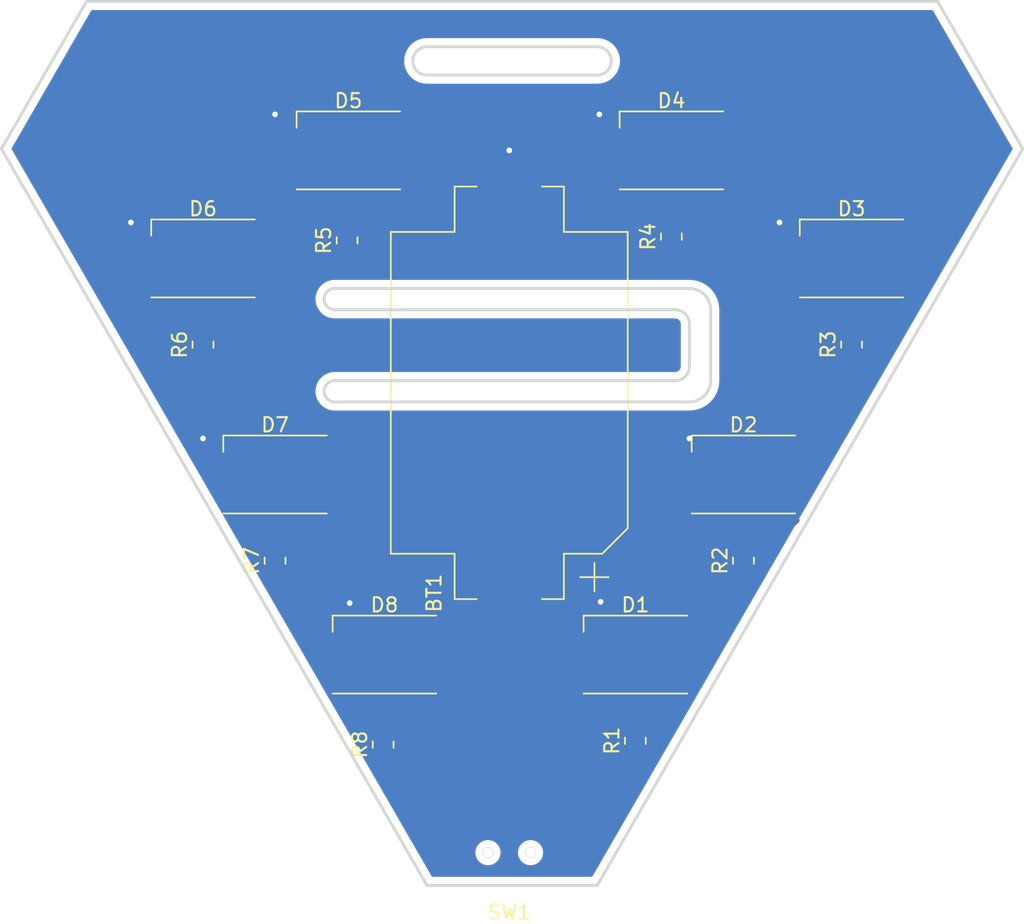
<source format=kicad_pcb>
(kicad_pcb (version 20171130) (host pcbnew "(5.1.9)-1")

  (general
    (thickness 1.6)
    (drawings 22)
    (tracks 105)
    (zones 0)
    (modules 18)
    (nets 12)
  )

  (page A4)
  (layers
    (0 F.Cu signal)
    (31 B.Cu signal)
    (32 B.Adhes user)
    (33 F.Adhes user)
    (34 B.Paste user)
    (35 F.Paste user)
    (36 B.SilkS user)
    (37 F.SilkS user)
    (38 B.Mask user)
    (39 F.Mask user)
    (40 Dwgs.User user)
    (41 Cmts.User user)
    (42 Eco1.User user)
    (43 Eco2.User user)
    (44 Edge.Cuts user)
    (45 Margin user)
    (46 B.CrtYd user)
    (47 F.CrtYd user)
    (48 B.Fab user)
    (49 F.Fab user)
  )

  (setup
    (last_trace_width 0.25)
    (trace_clearance 0.2)
    (zone_clearance 0.508)
    (zone_45_only no)
    (trace_min 0.2)
    (via_size 0.8)
    (via_drill 0.4)
    (via_min_size 0.4)
    (via_min_drill 0.3)
    (uvia_size 0.3)
    (uvia_drill 0.1)
    (uvias_allowed no)
    (uvia_min_size 0.2)
    (uvia_min_drill 0.1)
    (edge_width 0.05)
    (segment_width 0.2)
    (pcb_text_width 0.3)
    (pcb_text_size 1.5 1.5)
    (mod_edge_width 0.12)
    (mod_text_size 1 1)
    (mod_text_width 0.15)
    (pad_size 1.524 1.524)
    (pad_drill 0.762)
    (pad_to_mask_clearance 0)
    (aux_axis_origin 0 0)
    (visible_elements 7FFFFFFF)
    (pcbplotparams
      (layerselection 0x010fc_ffffffff)
      (usegerberextensions false)
      (usegerberattributes true)
      (usegerberadvancedattributes true)
      (creategerberjobfile true)
      (excludeedgelayer true)
      (linewidth 0.100000)
      (plotframeref false)
      (viasonmask false)
      (mode 1)
      (useauxorigin false)
      (hpglpennumber 1)
      (hpglpenspeed 20)
      (hpglpendiameter 15.000000)
      (psnegative false)
      (psa4output false)
      (plotreference true)
      (plotvalue true)
      (plotinvisibletext false)
      (padsonsilk false)
      (subtractmaskfromsilk false)
      (outputformat 1)
      (mirror false)
      (drillshape 1)
      (scaleselection 1)
      (outputdirectory ""))
  )

  (net 0 "")
  (net 1 "Net-(BT1-Pad1)")
  (net 2 "Net-(D1-Pad2)")
  (net 3 "Net-(D2-Pad2)")
  (net 4 "Net-(D3-Pad2)")
  (net 5 "Net-(D4-Pad2)")
  (net 6 "Net-(D5-Pad2)")
  (net 7 "Net-(D6-Pad2)")
  (net 8 "Net-(R1-Pad1)")
  (net 9 "Net-(D7-Pad2)")
  (net 10 "Net-(D8-Pad2)")
  (net 11 GND)

  (net_class Default "This is the default net class."
    (clearance 0.2)
    (trace_width 0.25)
    (via_dia 0.8)
    (via_drill 0.4)
    (uvia_dia 0.3)
    (uvia_drill 0.1)
    (add_net GND)
    (add_net "Net-(BT1-Pad1)")
    (add_net "Net-(D1-Pad2)")
    (add_net "Net-(D2-Pad2)")
    (add_net "Net-(D3-Pad2)")
    (add_net "Net-(D4-Pad2)")
    (add_net "Net-(D5-Pad2)")
    (add_net "Net-(D6-Pad2)")
    (add_net "Net-(D7-Pad2)")
    (add_net "Net-(D8-Pad2)")
    (add_net "Net-(R1-Pad1)")
  )

  (module LED_SMD:LED_WS2812_PLCC6_5.0x5.0mm_P1.6mm (layer F.Cu) (tedit 5AA4B296) (tstamp 603C7E97)
    (at 88.9 82.55)
    (descr https://cdn-shop.adafruit.com/datasheets/WS2812.pdf)
    (tags "LED RGB NeoPixel")
    (path /6034A894)
    (attr smd)
    (fp_text reference D4 (at 0 -3.5) (layer F.SilkS)
      (effects (font (size 1 1) (thickness 0.15)))
    )
    (fp_text value LED (at 0 4) (layer F.Fab)
      (effects (font (size 1 1) (thickness 0.15)))
    )
    (fp_circle (center 0 0) (end 0 -2) (layer F.Fab) (width 0.1))
    (fp_line (start -3.65 -2.75) (end 3.65 -2.75) (layer F.SilkS) (width 0.12))
    (fp_line (start -3.65 -1.6) (end -3.65 -2.75) (layer F.SilkS) (width 0.12))
    (fp_line (start -3.65 2.75) (end 3.65 2.75) (layer F.SilkS) (width 0.12))
    (fp_line (start -2.5 2.5) (end -2.5 -2.5) (layer F.Fab) (width 0.1))
    (fp_line (start 2.5 2.5) (end -2.5 2.5) (layer F.Fab) (width 0.1))
    (fp_line (start 2.5 -2.5) (end 2.5 2.5) (layer F.Fab) (width 0.1))
    (fp_line (start -2.5 -2.5) (end 2.5 -2.5) (layer F.Fab) (width 0.1))
    (fp_line (start -2.5 -1.5) (end -1.5 -2.5) (layer F.Fab) (width 0.1))
    (fp_line (start -3.45 -2.75) (end -3.45 2.75) (layer F.CrtYd) (width 0.05))
    (fp_line (start -3.45 2.75) (end 3.45 2.75) (layer F.CrtYd) (width 0.05))
    (fp_line (start 3.45 2.75) (end 3.45 -2.75) (layer F.CrtYd) (width 0.05))
    (fp_line (start 3.45 -2.75) (end -3.45 -2.75) (layer F.CrtYd) (width 0.05))
    (fp_text user %R (at 0 0) (layer F.Fab)
      (effects (font (size 0.8 0.8) (thickness 0.15)))
    )
    (pad 1 smd rect (at -2.45 -1.6) (size 1.5 1) (layers F.Cu F.Paste F.Mask)
      (net 11 GND))
    (pad 2 smd rect (at -2.45 0) (size 1.5 1) (layers F.Cu F.Paste F.Mask)
      (net 5 "Net-(D4-Pad2)"))
    (pad 3 smd rect (at -2.45 1.6) (size 1.5 1) (layers F.Cu F.Paste F.Mask))
    (pad 6 smd rect (at 2.45 -1.6) (size 1.5 1) (layers F.Cu F.Paste F.Mask))
    (pad 5 smd rect (at 2.45 0) (size 1.5 1) (layers F.Cu F.Paste F.Mask))
    (pad 4 smd rect (at 2.45 1.6) (size 1.5 1) (layers F.Cu F.Paste F.Mask))
    (model ${KISYS3DMOD}/LED_SMD.3dshapes/LED_WS2812_PLCC6_5.0x5.0mm_P1.6mm.wrl
      (at (xyz 0 0 0))
      (scale (xyz 1 1 1))
      (rotate (xyz 0 0 0))
    )
  )

  (module LED_SMD:LED_WS2812_PLCC6_5.0x5.0mm_P1.6mm (layer F.Cu) (tedit 5AA4B296) (tstamp 603C7EF7)
    (at 68.67 118.11)
    (descr https://cdn-shop.adafruit.com/datasheets/WS2812.pdf)
    (tags "LED RGB NeoPixel")
    (path /60352715)
    (attr smd)
    (fp_text reference D8 (at 0 -3.5) (layer F.SilkS)
      (effects (font (size 1 1) (thickness 0.15)))
    )
    (fp_text value LED (at 0 4) (layer F.Fab)
      (effects (font (size 1 1) (thickness 0.15)))
    )
    (fp_circle (center 0 0) (end 0 -2) (layer F.Fab) (width 0.1))
    (fp_line (start -3.65 -2.75) (end 3.65 -2.75) (layer F.SilkS) (width 0.12))
    (fp_line (start -3.65 -1.6) (end -3.65 -2.75) (layer F.SilkS) (width 0.12))
    (fp_line (start -3.65 2.75) (end 3.65 2.75) (layer F.SilkS) (width 0.12))
    (fp_line (start -2.5 2.5) (end -2.5 -2.5) (layer F.Fab) (width 0.1))
    (fp_line (start 2.5 2.5) (end -2.5 2.5) (layer F.Fab) (width 0.1))
    (fp_line (start 2.5 -2.5) (end 2.5 2.5) (layer F.Fab) (width 0.1))
    (fp_line (start -2.5 -2.5) (end 2.5 -2.5) (layer F.Fab) (width 0.1))
    (fp_line (start -2.5 -1.5) (end -1.5 -2.5) (layer F.Fab) (width 0.1))
    (fp_line (start -3.45 -2.75) (end -3.45 2.75) (layer F.CrtYd) (width 0.05))
    (fp_line (start -3.45 2.75) (end 3.45 2.75) (layer F.CrtYd) (width 0.05))
    (fp_line (start 3.45 2.75) (end 3.45 -2.75) (layer F.CrtYd) (width 0.05))
    (fp_line (start 3.45 -2.75) (end -3.45 -2.75) (layer F.CrtYd) (width 0.05))
    (fp_text user %R (at 0 0) (layer F.Fab)
      (effects (font (size 0.8 0.8) (thickness 0.15)))
    )
    (pad 1 smd rect (at -2.45 -1.6) (size 1.5 1) (layers F.Cu F.Paste F.Mask)
      (net 11 GND))
    (pad 2 smd rect (at -2.45 0) (size 1.5 1) (layers F.Cu F.Paste F.Mask)
      (net 10 "Net-(D8-Pad2)"))
    (pad 3 smd rect (at -2.45 1.6) (size 1.5 1) (layers F.Cu F.Paste F.Mask))
    (pad 6 smd rect (at 2.45 -1.6) (size 1.5 1) (layers F.Cu F.Paste F.Mask))
    (pad 5 smd rect (at 2.45 0) (size 1.5 1) (layers F.Cu F.Paste F.Mask))
    (pad 4 smd rect (at 2.45 1.6) (size 1.5 1) (layers F.Cu F.Paste F.Mask))
    (model ${KISYS3DMOD}/LED_SMD.3dshapes/LED_WS2812_PLCC6_5.0x5.0mm_P1.6mm.wrl
      (at (xyz 0 0 0))
      (scale (xyz 1 1 1))
      (rotate (xyz 0 0 0))
    )
  )

  (module LED_SMD:LED_WS2812_PLCC6_5.0x5.0mm_P1.6mm (layer F.Cu) (tedit 5AA4B296) (tstamp 603C7EDF)
    (at 60.96 105.41)
    (descr https://cdn-shop.adafruit.com/datasheets/WS2812.pdf)
    (tags "LED RGB NeoPixel")
    (path /603520F4)
    (attr smd)
    (fp_text reference D7 (at 0 -3.5) (layer F.SilkS)
      (effects (font (size 1 1) (thickness 0.15)))
    )
    (fp_text value LED (at 0 4) (layer F.Fab)
      (effects (font (size 1 1) (thickness 0.15)))
    )
    (fp_circle (center 0 0) (end 0 -2) (layer F.Fab) (width 0.1))
    (fp_line (start -3.65 -2.75) (end 3.65 -2.75) (layer F.SilkS) (width 0.12))
    (fp_line (start -3.65 -1.6) (end -3.65 -2.75) (layer F.SilkS) (width 0.12))
    (fp_line (start -3.65 2.75) (end 3.65 2.75) (layer F.SilkS) (width 0.12))
    (fp_line (start -2.5 2.5) (end -2.5 -2.5) (layer F.Fab) (width 0.1))
    (fp_line (start 2.5 2.5) (end -2.5 2.5) (layer F.Fab) (width 0.1))
    (fp_line (start 2.5 -2.5) (end 2.5 2.5) (layer F.Fab) (width 0.1))
    (fp_line (start -2.5 -2.5) (end 2.5 -2.5) (layer F.Fab) (width 0.1))
    (fp_line (start -2.5 -1.5) (end -1.5 -2.5) (layer F.Fab) (width 0.1))
    (fp_line (start -3.45 -2.75) (end -3.45 2.75) (layer F.CrtYd) (width 0.05))
    (fp_line (start -3.45 2.75) (end 3.45 2.75) (layer F.CrtYd) (width 0.05))
    (fp_line (start 3.45 2.75) (end 3.45 -2.75) (layer F.CrtYd) (width 0.05))
    (fp_line (start 3.45 -2.75) (end -3.45 -2.75) (layer F.CrtYd) (width 0.05))
    (fp_text user %R (at 0 0) (layer F.Fab)
      (effects (font (size 0.8 0.8) (thickness 0.15)))
    )
    (pad 1 smd rect (at -2.45 -1.6) (size 1.5 1) (layers F.Cu F.Paste F.Mask)
      (net 11 GND))
    (pad 2 smd rect (at -2.45 0) (size 1.5 1) (layers F.Cu F.Paste F.Mask)
      (net 9 "Net-(D7-Pad2)"))
    (pad 3 smd rect (at -2.45 1.6) (size 1.5 1) (layers F.Cu F.Paste F.Mask))
    (pad 6 smd rect (at 2.45 -1.6) (size 1.5 1) (layers F.Cu F.Paste F.Mask))
    (pad 5 smd rect (at 2.45 0) (size 1.5 1) (layers F.Cu F.Paste F.Mask))
    (pad 4 smd rect (at 2.45 1.6) (size 1.5 1) (layers F.Cu F.Paste F.Mask))
    (model ${KISYS3DMOD}/LED_SMD.3dshapes/LED_WS2812_PLCC6_5.0x5.0mm_P1.6mm.wrl
      (at (xyz 0 0 0))
      (scale (xyz 1 1 1))
      (rotate (xyz 0 0 0))
    )
  )

  (module LED_SMD:LED_WS2812_PLCC6_5.0x5.0mm_P1.6mm (layer F.Cu) (tedit 5AA4B296) (tstamp 603C7EC7)
    (at 55.88 90.17)
    (descr https://cdn-shop.adafruit.com/datasheets/WS2812.pdf)
    (tags "LED RGB NeoPixel")
    (path /6034B15F)
    (attr smd)
    (fp_text reference D6 (at 0 -3.5) (layer F.SilkS)
      (effects (font (size 1 1) (thickness 0.15)))
    )
    (fp_text value LED (at 0 4) (layer F.Fab)
      (effects (font (size 1 1) (thickness 0.15)))
    )
    (fp_circle (center 0 0) (end 0 -2) (layer F.Fab) (width 0.1))
    (fp_line (start -3.65 -2.75) (end 3.65 -2.75) (layer F.SilkS) (width 0.12))
    (fp_line (start -3.65 -1.6) (end -3.65 -2.75) (layer F.SilkS) (width 0.12))
    (fp_line (start -3.65 2.75) (end 3.65 2.75) (layer F.SilkS) (width 0.12))
    (fp_line (start -2.5 2.5) (end -2.5 -2.5) (layer F.Fab) (width 0.1))
    (fp_line (start 2.5 2.5) (end -2.5 2.5) (layer F.Fab) (width 0.1))
    (fp_line (start 2.5 -2.5) (end 2.5 2.5) (layer F.Fab) (width 0.1))
    (fp_line (start -2.5 -2.5) (end 2.5 -2.5) (layer F.Fab) (width 0.1))
    (fp_line (start -2.5 -1.5) (end -1.5 -2.5) (layer F.Fab) (width 0.1))
    (fp_line (start -3.45 -2.75) (end -3.45 2.75) (layer F.CrtYd) (width 0.05))
    (fp_line (start -3.45 2.75) (end 3.45 2.75) (layer F.CrtYd) (width 0.05))
    (fp_line (start 3.45 2.75) (end 3.45 -2.75) (layer F.CrtYd) (width 0.05))
    (fp_line (start 3.45 -2.75) (end -3.45 -2.75) (layer F.CrtYd) (width 0.05))
    (fp_text user %R (at 0 0) (layer F.Fab)
      (effects (font (size 0.8 0.8) (thickness 0.15)))
    )
    (pad 1 smd rect (at -2.45 -1.6) (size 1.5 1) (layers F.Cu F.Paste F.Mask)
      (net 11 GND))
    (pad 2 smd rect (at -2.45 0) (size 1.5 1) (layers F.Cu F.Paste F.Mask)
      (net 7 "Net-(D6-Pad2)"))
    (pad 3 smd rect (at -2.45 1.6) (size 1.5 1) (layers F.Cu F.Paste F.Mask))
    (pad 6 smd rect (at 2.45 -1.6) (size 1.5 1) (layers F.Cu F.Paste F.Mask))
    (pad 5 smd rect (at 2.45 0) (size 1.5 1) (layers F.Cu F.Paste F.Mask))
    (pad 4 smd rect (at 2.45 1.6) (size 1.5 1) (layers F.Cu F.Paste F.Mask))
    (model ${KISYS3DMOD}/LED_SMD.3dshapes/LED_WS2812_PLCC6_5.0x5.0mm_P1.6mm.wrl
      (at (xyz 0 0 0))
      (scale (xyz 1 1 1))
      (rotate (xyz 0 0 0))
    )
  )

  (module LED_SMD:LED_WS2812_PLCC6_5.0x5.0mm_P1.6mm (layer F.Cu) (tedit 5AA4B296) (tstamp 603C7EAF)
    (at 66.13 82.55)
    (descr https://cdn-shop.adafruit.com/datasheets/WS2812.pdf)
    (tags "LED RGB NeoPixel")
    (path /6034AD80)
    (attr smd)
    (fp_text reference D5 (at 0 -3.5) (layer F.SilkS)
      (effects (font (size 1 1) (thickness 0.15)))
    )
    (fp_text value LED (at 0 4) (layer F.Fab)
      (effects (font (size 1 1) (thickness 0.15)))
    )
    (fp_circle (center 0 0) (end 0 -2) (layer F.Fab) (width 0.1))
    (fp_line (start -3.65 -2.75) (end 3.65 -2.75) (layer F.SilkS) (width 0.12))
    (fp_line (start -3.65 -1.6) (end -3.65 -2.75) (layer F.SilkS) (width 0.12))
    (fp_line (start -3.65 2.75) (end 3.65 2.75) (layer F.SilkS) (width 0.12))
    (fp_line (start -2.5 2.5) (end -2.5 -2.5) (layer F.Fab) (width 0.1))
    (fp_line (start 2.5 2.5) (end -2.5 2.5) (layer F.Fab) (width 0.1))
    (fp_line (start 2.5 -2.5) (end 2.5 2.5) (layer F.Fab) (width 0.1))
    (fp_line (start -2.5 -2.5) (end 2.5 -2.5) (layer F.Fab) (width 0.1))
    (fp_line (start -2.5 -1.5) (end -1.5 -2.5) (layer F.Fab) (width 0.1))
    (fp_line (start -3.45 -2.75) (end -3.45 2.75) (layer F.CrtYd) (width 0.05))
    (fp_line (start -3.45 2.75) (end 3.45 2.75) (layer F.CrtYd) (width 0.05))
    (fp_line (start 3.45 2.75) (end 3.45 -2.75) (layer F.CrtYd) (width 0.05))
    (fp_line (start 3.45 -2.75) (end -3.45 -2.75) (layer F.CrtYd) (width 0.05))
    (fp_text user %R (at 0 0) (layer F.Fab)
      (effects (font (size 0.8 0.8) (thickness 0.15)))
    )
    (pad 1 smd rect (at -2.45 -1.6) (size 1.5 1) (layers F.Cu F.Paste F.Mask)
      (net 11 GND))
    (pad 2 smd rect (at -2.45 0) (size 1.5 1) (layers F.Cu F.Paste F.Mask)
      (net 6 "Net-(D5-Pad2)"))
    (pad 3 smd rect (at -2.45 1.6) (size 1.5 1) (layers F.Cu F.Paste F.Mask))
    (pad 6 smd rect (at 2.45 -1.6) (size 1.5 1) (layers F.Cu F.Paste F.Mask))
    (pad 5 smd rect (at 2.45 0) (size 1.5 1) (layers F.Cu F.Paste F.Mask))
    (pad 4 smd rect (at 2.45 1.6) (size 1.5 1) (layers F.Cu F.Paste F.Mask))
    (model ${KISYS3DMOD}/LED_SMD.3dshapes/LED_WS2812_PLCC6_5.0x5.0mm_P1.6mm.wrl
      (at (xyz 0 0 0))
      (scale (xyz 1 1 1))
      (rotate (xyz 0 0 0))
    )
  )

  (module LED_SMD:LED_WS2812_PLCC6_5.0x5.0mm_P1.6mm (layer F.Cu) (tedit 5AA4B296) (tstamp 603C7E7F)
    (at 101.6 90.17)
    (descr https://cdn-shop.adafruit.com/datasheets/WS2812.pdf)
    (tags "LED RGB NeoPixel")
    (path /6034A390)
    (attr smd)
    (fp_text reference D3 (at 0 -3.5) (layer F.SilkS)
      (effects (font (size 1 1) (thickness 0.15)))
    )
    (fp_text value LED (at 0 4) (layer F.Fab)
      (effects (font (size 1 1) (thickness 0.15)))
    )
    (fp_circle (center 0 0) (end 0 -2) (layer F.Fab) (width 0.1))
    (fp_line (start -3.65 -2.75) (end 3.65 -2.75) (layer F.SilkS) (width 0.12))
    (fp_line (start -3.65 -1.6) (end -3.65 -2.75) (layer F.SilkS) (width 0.12))
    (fp_line (start -3.65 2.75) (end 3.65 2.75) (layer F.SilkS) (width 0.12))
    (fp_line (start -2.5 2.5) (end -2.5 -2.5) (layer F.Fab) (width 0.1))
    (fp_line (start 2.5 2.5) (end -2.5 2.5) (layer F.Fab) (width 0.1))
    (fp_line (start 2.5 -2.5) (end 2.5 2.5) (layer F.Fab) (width 0.1))
    (fp_line (start -2.5 -2.5) (end 2.5 -2.5) (layer F.Fab) (width 0.1))
    (fp_line (start -2.5 -1.5) (end -1.5 -2.5) (layer F.Fab) (width 0.1))
    (fp_line (start -3.45 -2.75) (end -3.45 2.75) (layer F.CrtYd) (width 0.05))
    (fp_line (start -3.45 2.75) (end 3.45 2.75) (layer F.CrtYd) (width 0.05))
    (fp_line (start 3.45 2.75) (end 3.45 -2.75) (layer F.CrtYd) (width 0.05))
    (fp_line (start 3.45 -2.75) (end -3.45 -2.75) (layer F.CrtYd) (width 0.05))
    (fp_text user %R (at 0 0) (layer F.Fab)
      (effects (font (size 0.8 0.8) (thickness 0.15)))
    )
    (pad 1 smd rect (at -2.45 -1.6) (size 1.5 1) (layers F.Cu F.Paste F.Mask)
      (net 11 GND))
    (pad 2 smd rect (at -2.45 0) (size 1.5 1) (layers F.Cu F.Paste F.Mask)
      (net 4 "Net-(D3-Pad2)"))
    (pad 3 smd rect (at -2.45 1.6) (size 1.5 1) (layers F.Cu F.Paste F.Mask))
    (pad 6 smd rect (at 2.45 -1.6) (size 1.5 1) (layers F.Cu F.Paste F.Mask))
    (pad 5 smd rect (at 2.45 0) (size 1.5 1) (layers F.Cu F.Paste F.Mask))
    (pad 4 smd rect (at 2.45 1.6) (size 1.5 1) (layers F.Cu F.Paste F.Mask))
    (model ${KISYS3DMOD}/LED_SMD.3dshapes/LED_WS2812_PLCC6_5.0x5.0mm_P1.6mm.wrl
      (at (xyz 0 0 0))
      (scale (xyz 1 1 1))
      (rotate (xyz 0 0 0))
    )
  )

  (module LED_SMD:LED_WS2812_PLCC6_5.0x5.0mm_P1.6mm (layer F.Cu) (tedit 5AA4B296) (tstamp 603C7E67)
    (at 93.98 105.41)
    (descr https://cdn-shop.adafruit.com/datasheets/WS2812.pdf)
    (tags "LED RGB NeoPixel")
    (path /60349E7E)
    (attr smd)
    (fp_text reference D2 (at 0 -3.5) (layer F.SilkS)
      (effects (font (size 1 1) (thickness 0.15)))
    )
    (fp_text value LED (at 0 4) (layer F.Fab)
      (effects (font (size 1 1) (thickness 0.15)))
    )
    (fp_circle (center 0 0) (end 0 -2) (layer F.Fab) (width 0.1))
    (fp_line (start -3.65 -2.75) (end 3.65 -2.75) (layer F.SilkS) (width 0.12))
    (fp_line (start -3.65 -1.6) (end -3.65 -2.75) (layer F.SilkS) (width 0.12))
    (fp_line (start -3.65 2.75) (end 3.65 2.75) (layer F.SilkS) (width 0.12))
    (fp_line (start -2.5 2.5) (end -2.5 -2.5) (layer F.Fab) (width 0.1))
    (fp_line (start 2.5 2.5) (end -2.5 2.5) (layer F.Fab) (width 0.1))
    (fp_line (start 2.5 -2.5) (end 2.5 2.5) (layer F.Fab) (width 0.1))
    (fp_line (start -2.5 -2.5) (end 2.5 -2.5) (layer F.Fab) (width 0.1))
    (fp_line (start -2.5 -1.5) (end -1.5 -2.5) (layer F.Fab) (width 0.1))
    (fp_line (start -3.45 -2.75) (end -3.45 2.75) (layer F.CrtYd) (width 0.05))
    (fp_line (start -3.45 2.75) (end 3.45 2.75) (layer F.CrtYd) (width 0.05))
    (fp_line (start 3.45 2.75) (end 3.45 -2.75) (layer F.CrtYd) (width 0.05))
    (fp_line (start 3.45 -2.75) (end -3.45 -2.75) (layer F.CrtYd) (width 0.05))
    (fp_text user %R (at 0 0) (layer F.Fab)
      (effects (font (size 0.8 0.8) (thickness 0.15)))
    )
    (pad 1 smd rect (at -2.45 -1.6) (size 1.5 1) (layers F.Cu F.Paste F.Mask)
      (net 11 GND))
    (pad 2 smd rect (at -2.45 0) (size 1.5 1) (layers F.Cu F.Paste F.Mask)
      (net 3 "Net-(D2-Pad2)"))
    (pad 3 smd rect (at -2.45 1.6) (size 1.5 1) (layers F.Cu F.Paste F.Mask))
    (pad 6 smd rect (at 2.45 -1.6) (size 1.5 1) (layers F.Cu F.Paste F.Mask))
    (pad 5 smd rect (at 2.45 0) (size 1.5 1) (layers F.Cu F.Paste F.Mask))
    (pad 4 smd rect (at 2.45 1.6) (size 1.5 1) (layers F.Cu F.Paste F.Mask))
    (model ${KISYS3DMOD}/LED_SMD.3dshapes/LED_WS2812_PLCC6_5.0x5.0mm_P1.6mm.wrl
      (at (xyz 0 0 0))
      (scale (xyz 1 1 1))
      (rotate (xyz 0 0 0))
    )
  )

  (module LED_SMD:LED_WS2812_PLCC6_5.0x5.0mm_P1.6mm (layer F.Cu) (tedit 5AA4B296) (tstamp 603C7E4F)
    (at 86.36 118.11)
    (descr https://cdn-shop.adafruit.com/datasheets/WS2812.pdf)
    (tags "LED RGB NeoPixel")
    (path /6034542E)
    (attr smd)
    (fp_text reference D1 (at 0 -3.5) (layer F.SilkS)
      (effects (font (size 1 1) (thickness 0.15)))
    )
    (fp_text value LED (at 0 4) (layer F.Fab)
      (effects (font (size 1 1) (thickness 0.15)))
    )
    (fp_circle (center 0 0) (end 0 -2) (layer F.Fab) (width 0.1))
    (fp_line (start -3.65 -2.75) (end 3.65 -2.75) (layer F.SilkS) (width 0.12))
    (fp_line (start -3.65 -1.6) (end -3.65 -2.75) (layer F.SilkS) (width 0.12))
    (fp_line (start -3.65 2.75) (end 3.65 2.75) (layer F.SilkS) (width 0.12))
    (fp_line (start -2.5 2.5) (end -2.5 -2.5) (layer F.Fab) (width 0.1))
    (fp_line (start 2.5 2.5) (end -2.5 2.5) (layer F.Fab) (width 0.1))
    (fp_line (start 2.5 -2.5) (end 2.5 2.5) (layer F.Fab) (width 0.1))
    (fp_line (start -2.5 -2.5) (end 2.5 -2.5) (layer F.Fab) (width 0.1))
    (fp_line (start -2.5 -1.5) (end -1.5 -2.5) (layer F.Fab) (width 0.1))
    (fp_line (start -3.45 -2.75) (end -3.45 2.75) (layer F.CrtYd) (width 0.05))
    (fp_line (start -3.45 2.75) (end 3.45 2.75) (layer F.CrtYd) (width 0.05))
    (fp_line (start 3.45 2.75) (end 3.45 -2.75) (layer F.CrtYd) (width 0.05))
    (fp_line (start 3.45 -2.75) (end -3.45 -2.75) (layer F.CrtYd) (width 0.05))
    (fp_text user %R (at 0 0) (layer F.Fab)
      (effects (font (size 0.8 0.8) (thickness 0.15)))
    )
    (pad 1 smd rect (at -2.45 -1.6) (size 1.5 1) (layers F.Cu F.Paste F.Mask)
      (net 11 GND))
    (pad 2 smd rect (at -2.45 0) (size 1.5 1) (layers F.Cu F.Paste F.Mask)
      (net 2 "Net-(D1-Pad2)"))
    (pad 3 smd rect (at -2.45 1.6) (size 1.5 1) (layers F.Cu F.Paste F.Mask))
    (pad 6 smd rect (at 2.45 -1.6) (size 1.5 1) (layers F.Cu F.Paste F.Mask))
    (pad 5 smd rect (at 2.45 0) (size 1.5 1) (layers F.Cu F.Paste F.Mask))
    (pad 4 smd rect (at 2.45 1.6) (size 1.5 1) (layers F.Cu F.Paste F.Mask))
    (model ${KISYS3DMOD}/LED_SMD.3dshapes/LED_WS2812_PLCC6_5.0x5.0mm_P1.6mm.wrl
      (at (xyz 0 0 0))
      (scale (xyz 1 1 1))
      (rotate (xyz 0 0 0))
    )
  )

  (module "Symbols and Footprints:sw_slide_7x3" (layer F.Cu) (tedit 58FF4B24) (tstamp 603C6843)
    (at 77.47 132.08)
    (path /6034CF76)
    (fp_text reference SW1 (at 0 4.2) (layer F.SilkS)
      (effects (font (size 1 1) (thickness 0.15)))
    )
    (fp_text value SW_SPST (at 0 -3.8) (layer F.Fab)
      (effects (font (size 1 1) (thickness 0.15)))
    )
    (fp_line (start -3.35 -1.4) (end 3.35 -1.4) (layer F.Fab) (width 0.2))
    (fp_line (start 3.35 -1.4) (end 3.35 1.4) (layer F.Fab) (width 0.2))
    (fp_line (start 3.35 1.4) (end -3.35 1.4) (layer F.Fab) (width 0.2))
    (fp_line (start -3.35 1.4) (end -3.35 -1.4) (layer F.Fab) (width 0.2))
    (fp_line (start 0 1.4) (end 0 3) (layer F.Fab) (width 0.2))
    (fp_line (start 0 3) (end -1.3 3) (layer F.Fab) (width 0.2))
    (fp_line (start -1.3 3) (end -1.3 1.4) (layer F.Fab) (width 0.2))
    (fp_line (start 1.3 1.7) (end 1.3 2.3) (layer F.Fab) (width 0.2))
    (fp_line (start 1.3 2.7) (end 1.3 3) (layer F.Fab) (width 0.2))
    (fp_line (start 1.3 3) (end 1 3) (layer F.Fab) (width 0.2))
    (fp_line (start 0.7 3) (end 0.35 3) (layer F.Fab) (width 0.2))
    (fp_line (start -4.6 3.4) (end 4.6 3.4) (layer F.CrtYd) (width 0.2))
    (fp_line (start -4.6 1) (end -4.6 3.4) (layer F.CrtYd) (width 0.2))
    (fp_line (start -4.6 -3) (end -4.6 1) (layer F.CrtYd) (width 0.2))
    (fp_line (start 4.6 -3) (end -4.6 -3) (layer F.CrtYd) (width 0.2))
    (fp_line (start 4.6 3.4) (end 4.6 -3) (layer F.CrtYd) (width 0.2))
    (pad 4 smd rect (at 3.85 1.1) (size 0.9 0.9) (layers F.Cu F.Paste F.Mask))
    (pad 4 smd rect (at 3.85 -1.1) (size 0.9 0.9) (layers F.Cu F.Paste F.Mask))
    (pad 4 smd rect (at -3.85 1.1) (size 0.9 0.9) (layers F.Cu F.Paste F.Mask))
    (pad 4 smd rect (at -3.85 -1.1) (size 0.9 0.9) (layers F.Cu F.Paste F.Mask))
    (pad 3 smd rect (at 2.25 -2.05) (size 0.9 1.25) (layers F.Cu F.Paste F.Mask))
    (pad 2 smd rect (at 0.75 -2.05) (size 0.9 1.25) (layers F.Cu F.Paste F.Mask)
      (net 8 "Net-(R1-Pad1)"))
    (pad 1 smd rect (at -2.25 -2.05) (size 0.9 1.25) (layers F.Cu F.Paste F.Mask)
      (net 1 "Net-(BT1-Pad1)"))
    (pad ~ thru_hole circle (at -1.5 0) (size 0.75 0.75) (drill 0.75) (layers *.Cu *.Mask))
    (pad ~ thru_hole circle (at 1.5 0) (size 0.75 0.75) (drill 0.75) (layers *.Cu *.Mask))
    (model rmc_packages3d/misc/switch_kps-1290-k.wrl
      (offset (xyz 0 0 0.6857999897003174))
      (scale (xyz 1 1 1))
      (rotate (xyz 0 0 0))
    )
    (model "D:/KiCad Projects/ArcReactorLapel/Symbols and Footprints/switch_kps-1290-k.wrl"
      (at (xyz 0 0 0))
      (scale (xyz 1 1 1))
      (rotate (xyz 0 0 0))
    )
  )

  (module Resistor_SMD:R_0805_2012Metric_Pad1.20x1.40mm_HandSolder (layer F.Cu) (tedit 5F68FEEE) (tstamp 603B9CC1)
    (at 68.58 124.46 90)
    (descr "Resistor SMD 0805 (2012 Metric), square (rectangular) end terminal, IPC_7351 nominal with elongated pad for handsoldering. (Body size source: IPC-SM-782 page 72, https://www.pcb-3d.com/wordpress/wp-content/uploads/ipc-sm-782a_amendment_1_and_2.pdf), generated with kicad-footprint-generator")
    (tags "resistor handsolder")
    (path /60351C9C)
    (attr smd)
    (fp_text reference R8 (at 0 -1.65 90) (layer F.SilkS)
      (effects (font (size 1 1) (thickness 0.15)))
    )
    (fp_text value R (at 0 1.65 90) (layer F.Fab)
      (effects (font (size 1 1) (thickness 0.15)))
    )
    (fp_line (start 1.85 0.95) (end -1.85 0.95) (layer F.CrtYd) (width 0.05))
    (fp_line (start 1.85 -0.95) (end 1.85 0.95) (layer F.CrtYd) (width 0.05))
    (fp_line (start -1.85 -0.95) (end 1.85 -0.95) (layer F.CrtYd) (width 0.05))
    (fp_line (start -1.85 0.95) (end -1.85 -0.95) (layer F.CrtYd) (width 0.05))
    (fp_line (start -0.227064 0.735) (end 0.227064 0.735) (layer F.SilkS) (width 0.12))
    (fp_line (start -0.227064 -0.735) (end 0.227064 -0.735) (layer F.SilkS) (width 0.12))
    (fp_line (start 1 0.625) (end -1 0.625) (layer F.Fab) (width 0.1))
    (fp_line (start 1 -0.625) (end 1 0.625) (layer F.Fab) (width 0.1))
    (fp_line (start -1 -0.625) (end 1 -0.625) (layer F.Fab) (width 0.1))
    (fp_line (start -1 0.625) (end -1 -0.625) (layer F.Fab) (width 0.1))
    (fp_text user %R (at 0 0 90) (layer F.Fab)
      (effects (font (size 0.5 0.5) (thickness 0.08)))
    )
    (pad 2 smd roundrect (at 1 0 90) (size 1.2 1.4) (layers F.Cu F.Paste F.Mask) (roundrect_rratio 0.208333)
      (net 10 "Net-(D8-Pad2)"))
    (pad 1 smd roundrect (at -1 0 90) (size 1.2 1.4) (layers F.Cu F.Paste F.Mask) (roundrect_rratio 0.208333)
      (net 8 "Net-(R1-Pad1)"))
    (model ${KISYS3DMOD}/Resistor_SMD.3dshapes/R_0805_2012Metric.wrl
      (at (xyz 0 0 0))
      (scale (xyz 1 1 1))
      (rotate (xyz 0 0 0))
    )
  )

  (module Resistor_SMD:R_0805_2012Metric_Pad1.20x1.40mm_HandSolder (layer F.Cu) (tedit 5F68FEEE) (tstamp 603B9CB0)
    (at 60.96 111.49 90)
    (descr "Resistor SMD 0805 (2012 Metric), square (rectangular) end terminal, IPC_7351 nominal with elongated pad for handsoldering. (Body size source: IPC-SM-782 page 72, https://www.pcb-3d.com/wordpress/wp-content/uploads/ipc-sm-782a_amendment_1_and_2.pdf), generated with kicad-footprint-generator")
    (tags "resistor handsolder")
    (path /603517B6)
    (attr smd)
    (fp_text reference R7 (at 0 -1.65 90) (layer F.SilkS)
      (effects (font (size 1 1) (thickness 0.15)))
    )
    (fp_text value R (at 0 1.65 90) (layer F.Fab)
      (effects (font (size 1 1) (thickness 0.15)))
    )
    (fp_line (start 1.85 0.95) (end -1.85 0.95) (layer F.CrtYd) (width 0.05))
    (fp_line (start 1.85 -0.95) (end 1.85 0.95) (layer F.CrtYd) (width 0.05))
    (fp_line (start -1.85 -0.95) (end 1.85 -0.95) (layer F.CrtYd) (width 0.05))
    (fp_line (start -1.85 0.95) (end -1.85 -0.95) (layer F.CrtYd) (width 0.05))
    (fp_line (start -0.227064 0.735) (end 0.227064 0.735) (layer F.SilkS) (width 0.12))
    (fp_line (start -0.227064 -0.735) (end 0.227064 -0.735) (layer F.SilkS) (width 0.12))
    (fp_line (start 1 0.625) (end -1 0.625) (layer F.Fab) (width 0.1))
    (fp_line (start 1 -0.625) (end 1 0.625) (layer F.Fab) (width 0.1))
    (fp_line (start -1 -0.625) (end 1 -0.625) (layer F.Fab) (width 0.1))
    (fp_line (start -1 0.625) (end -1 -0.625) (layer F.Fab) (width 0.1))
    (fp_text user %R (at 0 0 90) (layer F.Fab)
      (effects (font (size 0.5 0.5) (thickness 0.08)))
    )
    (pad 2 smd roundrect (at 1 0 90) (size 1.2 1.4) (layers F.Cu F.Paste F.Mask) (roundrect_rratio 0.208333)
      (net 9 "Net-(D7-Pad2)"))
    (pad 1 smd roundrect (at -1 0 90) (size 1.2 1.4) (layers F.Cu F.Paste F.Mask) (roundrect_rratio 0.208333)
      (net 8 "Net-(R1-Pad1)"))
    (model ${KISYS3DMOD}/Resistor_SMD.3dshapes/R_0805_2012Metric.wrl
      (at (xyz 0 0 0))
      (scale (xyz 1 1 1))
      (rotate (xyz 0 0 0))
    )
  )

  (module Resistor_SMD:R_0805_2012Metric_Pad1.20x1.40mm_HandSolder (layer F.Cu) (tedit 5F68FEEE) (tstamp 603B9C9F)
    (at 55.88 96.25 90)
    (descr "Resistor SMD 0805 (2012 Metric), square (rectangular) end terminal, IPC_7351 nominal with elongated pad for handsoldering. (Body size source: IPC-SM-782 page 72, https://www.pcb-3d.com/wordpress/wp-content/uploads/ipc-sm-782a_amendment_1_and_2.pdf), generated with kicad-footprint-generator")
    (tags "resistor handsolder")
    (path /6034994D)
    (attr smd)
    (fp_text reference R6 (at 0 -1.65 90) (layer F.SilkS)
      (effects (font (size 1 1) (thickness 0.15)))
    )
    (fp_text value R (at 0 1.65 90) (layer F.Fab)
      (effects (font (size 1 1) (thickness 0.15)))
    )
    (fp_line (start 1.85 0.95) (end -1.85 0.95) (layer F.CrtYd) (width 0.05))
    (fp_line (start 1.85 -0.95) (end 1.85 0.95) (layer F.CrtYd) (width 0.05))
    (fp_line (start -1.85 -0.95) (end 1.85 -0.95) (layer F.CrtYd) (width 0.05))
    (fp_line (start -1.85 0.95) (end -1.85 -0.95) (layer F.CrtYd) (width 0.05))
    (fp_line (start -0.227064 0.735) (end 0.227064 0.735) (layer F.SilkS) (width 0.12))
    (fp_line (start -0.227064 -0.735) (end 0.227064 -0.735) (layer F.SilkS) (width 0.12))
    (fp_line (start 1 0.625) (end -1 0.625) (layer F.Fab) (width 0.1))
    (fp_line (start 1 -0.625) (end 1 0.625) (layer F.Fab) (width 0.1))
    (fp_line (start -1 -0.625) (end 1 -0.625) (layer F.Fab) (width 0.1))
    (fp_line (start -1 0.625) (end -1 -0.625) (layer F.Fab) (width 0.1))
    (fp_text user %R (at 0 0 90) (layer F.Fab)
      (effects (font (size 0.5 0.5) (thickness 0.08)))
    )
    (pad 2 smd roundrect (at 1 0 90) (size 1.2 1.4) (layers F.Cu F.Paste F.Mask) (roundrect_rratio 0.208333)
      (net 7 "Net-(D6-Pad2)"))
    (pad 1 smd roundrect (at -1 0 90) (size 1.2 1.4) (layers F.Cu F.Paste F.Mask) (roundrect_rratio 0.208333)
      (net 8 "Net-(R1-Pad1)"))
    (model ${KISYS3DMOD}/Resistor_SMD.3dshapes/R_0805_2012Metric.wrl
      (at (xyz 0 0 0))
      (scale (xyz 1 1 1))
      (rotate (xyz 0 0 0))
    )
  )

  (module Resistor_SMD:R_0805_2012Metric_Pad1.20x1.40mm_HandSolder (layer F.Cu) (tedit 5F68FEEE) (tstamp 603B9C8E)
    (at 66.04 88.9 90)
    (descr "Resistor SMD 0805 (2012 Metric), square (rectangular) end terminal, IPC_7351 nominal with elongated pad for handsoldering. (Body size source: IPC-SM-782 page 72, https://www.pcb-3d.com/wordpress/wp-content/uploads/ipc-sm-782a_amendment_1_and_2.pdf), generated with kicad-footprint-generator")
    (tags "resistor handsolder")
    (path /603495D8)
    (attr smd)
    (fp_text reference R5 (at 0 -1.65 90) (layer F.SilkS)
      (effects (font (size 1 1) (thickness 0.15)))
    )
    (fp_text value R (at 0 1.65 90) (layer F.Fab)
      (effects (font (size 1 1) (thickness 0.15)))
    )
    (fp_line (start 1.85 0.95) (end -1.85 0.95) (layer F.CrtYd) (width 0.05))
    (fp_line (start 1.85 -0.95) (end 1.85 0.95) (layer F.CrtYd) (width 0.05))
    (fp_line (start -1.85 -0.95) (end 1.85 -0.95) (layer F.CrtYd) (width 0.05))
    (fp_line (start -1.85 0.95) (end -1.85 -0.95) (layer F.CrtYd) (width 0.05))
    (fp_line (start -0.227064 0.735) (end 0.227064 0.735) (layer F.SilkS) (width 0.12))
    (fp_line (start -0.227064 -0.735) (end 0.227064 -0.735) (layer F.SilkS) (width 0.12))
    (fp_line (start 1 0.625) (end -1 0.625) (layer F.Fab) (width 0.1))
    (fp_line (start 1 -0.625) (end 1 0.625) (layer F.Fab) (width 0.1))
    (fp_line (start -1 -0.625) (end 1 -0.625) (layer F.Fab) (width 0.1))
    (fp_line (start -1 0.625) (end -1 -0.625) (layer F.Fab) (width 0.1))
    (fp_text user %R (at 0 0 90) (layer F.Fab)
      (effects (font (size 0.5 0.5) (thickness 0.08)))
    )
    (pad 2 smd roundrect (at 1 0 90) (size 1.2 1.4) (layers F.Cu F.Paste F.Mask) (roundrect_rratio 0.208333)
      (net 6 "Net-(D5-Pad2)"))
    (pad 1 smd roundrect (at -1 0 90) (size 1.2 1.4) (layers F.Cu F.Paste F.Mask) (roundrect_rratio 0.208333)
      (net 8 "Net-(R1-Pad1)"))
    (model ${KISYS3DMOD}/Resistor_SMD.3dshapes/R_0805_2012Metric.wrl
      (at (xyz 0 0 0))
      (scale (xyz 1 1 1))
      (rotate (xyz 0 0 0))
    )
  )

  (module Resistor_SMD:R_0805_2012Metric_Pad1.20x1.40mm_HandSolder (layer F.Cu) (tedit 5F68FEEE) (tstamp 603B9C7D)
    (at 88.9 88.63 90)
    (descr "Resistor SMD 0805 (2012 Metric), square (rectangular) end terminal, IPC_7351 nominal with elongated pad for handsoldering. (Body size source: IPC-SM-782 page 72, https://www.pcb-3d.com/wordpress/wp-content/uploads/ipc-sm-782a_amendment_1_and_2.pdf), generated with kicad-footprint-generator")
    (tags "resistor handsolder")
    (path /60349053)
    (attr smd)
    (fp_text reference R4 (at 0 -1.65 90) (layer F.SilkS)
      (effects (font (size 1 1) (thickness 0.15)))
    )
    (fp_text value R (at 0 1.65 90) (layer F.Fab)
      (effects (font (size 1 1) (thickness 0.15)))
    )
    (fp_line (start 1.85 0.95) (end -1.85 0.95) (layer F.CrtYd) (width 0.05))
    (fp_line (start 1.85 -0.95) (end 1.85 0.95) (layer F.CrtYd) (width 0.05))
    (fp_line (start -1.85 -0.95) (end 1.85 -0.95) (layer F.CrtYd) (width 0.05))
    (fp_line (start -1.85 0.95) (end -1.85 -0.95) (layer F.CrtYd) (width 0.05))
    (fp_line (start -0.227064 0.735) (end 0.227064 0.735) (layer F.SilkS) (width 0.12))
    (fp_line (start -0.227064 -0.735) (end 0.227064 -0.735) (layer F.SilkS) (width 0.12))
    (fp_line (start 1 0.625) (end -1 0.625) (layer F.Fab) (width 0.1))
    (fp_line (start 1 -0.625) (end 1 0.625) (layer F.Fab) (width 0.1))
    (fp_line (start -1 -0.625) (end 1 -0.625) (layer F.Fab) (width 0.1))
    (fp_line (start -1 0.625) (end -1 -0.625) (layer F.Fab) (width 0.1))
    (fp_text user %R (at 0 0 90) (layer F.Fab)
      (effects (font (size 0.5 0.5) (thickness 0.08)))
    )
    (pad 2 smd roundrect (at 1 0 90) (size 1.2 1.4) (layers F.Cu F.Paste F.Mask) (roundrect_rratio 0.208333)
      (net 5 "Net-(D4-Pad2)"))
    (pad 1 smd roundrect (at -1 0 90) (size 1.2 1.4) (layers F.Cu F.Paste F.Mask) (roundrect_rratio 0.208333)
      (net 8 "Net-(R1-Pad1)"))
    (model ${KISYS3DMOD}/Resistor_SMD.3dshapes/R_0805_2012Metric.wrl
      (at (xyz 0 0 0))
      (scale (xyz 1 1 1))
      (rotate (xyz 0 0 0))
    )
  )

  (module Resistor_SMD:R_0805_2012Metric_Pad1.20x1.40mm_HandSolder (layer F.Cu) (tedit 5F68FEEE) (tstamp 603B9C6C)
    (at 101.6 96.25 90)
    (descr "Resistor SMD 0805 (2012 Metric), square (rectangular) end terminal, IPC_7351 nominal with elongated pad for handsoldering. (Body size source: IPC-SM-782 page 72, https://www.pcb-3d.com/wordpress/wp-content/uploads/ipc-sm-782a_amendment_1_and_2.pdf), generated with kicad-footprint-generator")
    (tags "resistor handsolder")
    (path /60348AD6)
    (attr smd)
    (fp_text reference R3 (at 0 -1.65 90) (layer F.SilkS)
      (effects (font (size 1 1) (thickness 0.15)))
    )
    (fp_text value R (at 0 1.65 90) (layer F.Fab)
      (effects (font (size 1 1) (thickness 0.15)))
    )
    (fp_line (start 1.85 0.95) (end -1.85 0.95) (layer F.CrtYd) (width 0.05))
    (fp_line (start 1.85 -0.95) (end 1.85 0.95) (layer F.CrtYd) (width 0.05))
    (fp_line (start -1.85 -0.95) (end 1.85 -0.95) (layer F.CrtYd) (width 0.05))
    (fp_line (start -1.85 0.95) (end -1.85 -0.95) (layer F.CrtYd) (width 0.05))
    (fp_line (start -0.227064 0.735) (end 0.227064 0.735) (layer F.SilkS) (width 0.12))
    (fp_line (start -0.227064 -0.735) (end 0.227064 -0.735) (layer F.SilkS) (width 0.12))
    (fp_line (start 1 0.625) (end -1 0.625) (layer F.Fab) (width 0.1))
    (fp_line (start 1 -0.625) (end 1 0.625) (layer F.Fab) (width 0.1))
    (fp_line (start -1 -0.625) (end 1 -0.625) (layer F.Fab) (width 0.1))
    (fp_line (start -1 0.625) (end -1 -0.625) (layer F.Fab) (width 0.1))
    (fp_text user %R (at 0 0 90) (layer F.Fab)
      (effects (font (size 0.5 0.5) (thickness 0.08)))
    )
    (pad 2 smd roundrect (at 1 0 90) (size 1.2 1.4) (layers F.Cu F.Paste F.Mask) (roundrect_rratio 0.208333)
      (net 4 "Net-(D3-Pad2)"))
    (pad 1 smd roundrect (at -1 0 90) (size 1.2 1.4) (layers F.Cu F.Paste F.Mask) (roundrect_rratio 0.208333)
      (net 8 "Net-(R1-Pad1)"))
    (model ${KISYS3DMOD}/Resistor_SMD.3dshapes/R_0805_2012Metric.wrl
      (at (xyz 0 0 0))
      (scale (xyz 1 1 1))
      (rotate (xyz 0 0 0))
    )
  )

  (module Resistor_SMD:R_0805_2012Metric_Pad1.20x1.40mm_HandSolder (layer F.Cu) (tedit 5F68FEEE) (tstamp 603B9C5B)
    (at 93.98 111.49 90)
    (descr "Resistor SMD 0805 (2012 Metric), square (rectangular) end terminal, IPC_7351 nominal with elongated pad for handsoldering. (Body size source: IPC-SM-782 page 72, https://www.pcb-3d.com/wordpress/wp-content/uploads/ipc-sm-782a_amendment_1_and_2.pdf), generated with kicad-footprint-generator")
    (tags "resistor handsolder")
    (path /60348709)
    (attr smd)
    (fp_text reference R2 (at 0 -1.65 90) (layer F.SilkS)
      (effects (font (size 1 1) (thickness 0.15)))
    )
    (fp_text value R (at 0 1.65 90) (layer F.Fab)
      (effects (font (size 1 1) (thickness 0.15)))
    )
    (fp_line (start 1.85 0.95) (end -1.85 0.95) (layer F.CrtYd) (width 0.05))
    (fp_line (start 1.85 -0.95) (end 1.85 0.95) (layer F.CrtYd) (width 0.05))
    (fp_line (start -1.85 -0.95) (end 1.85 -0.95) (layer F.CrtYd) (width 0.05))
    (fp_line (start -1.85 0.95) (end -1.85 -0.95) (layer F.CrtYd) (width 0.05))
    (fp_line (start -0.227064 0.735) (end 0.227064 0.735) (layer F.SilkS) (width 0.12))
    (fp_line (start -0.227064 -0.735) (end 0.227064 -0.735) (layer F.SilkS) (width 0.12))
    (fp_line (start 1 0.625) (end -1 0.625) (layer F.Fab) (width 0.1))
    (fp_line (start 1 -0.625) (end 1 0.625) (layer F.Fab) (width 0.1))
    (fp_line (start -1 -0.625) (end 1 -0.625) (layer F.Fab) (width 0.1))
    (fp_line (start -1 0.625) (end -1 -0.625) (layer F.Fab) (width 0.1))
    (fp_text user %R (at 0 0 90) (layer F.Fab)
      (effects (font (size 0.5 0.5) (thickness 0.08)))
    )
    (pad 2 smd roundrect (at 1 0 90) (size 1.2 1.4) (layers F.Cu F.Paste F.Mask) (roundrect_rratio 0.208333)
      (net 3 "Net-(D2-Pad2)"))
    (pad 1 smd roundrect (at -1 0 90) (size 1.2 1.4) (layers F.Cu F.Paste F.Mask) (roundrect_rratio 0.208333)
      (net 8 "Net-(R1-Pad1)"))
    (model ${KISYS3DMOD}/Resistor_SMD.3dshapes/R_0805_2012Metric.wrl
      (at (xyz 0 0 0))
      (scale (xyz 1 1 1))
      (rotate (xyz 0 0 0))
    )
  )

  (module Resistor_SMD:R_0805_2012Metric_Pad1.20x1.40mm_HandSolder (layer F.Cu) (tedit 5F68FEEE) (tstamp 603B9C4A)
    (at 86.36 124.19 90)
    (descr "Resistor SMD 0805 (2012 Metric), square (rectangular) end terminal, IPC_7351 nominal with elongated pad for handsoldering. (Body size source: IPC-SM-782 page 72, https://www.pcb-3d.com/wordpress/wp-content/uploads/ipc-sm-782a_amendment_1_and_2.pdf), generated with kicad-footprint-generator")
    (tags "resistor handsolder")
    (path /603447DE)
    (attr smd)
    (fp_text reference R1 (at 0 -1.65 90) (layer F.SilkS)
      (effects (font (size 1 1) (thickness 0.15)))
    )
    (fp_text value R (at 0 1.65 90) (layer F.Fab)
      (effects (font (size 1 1) (thickness 0.15)))
    )
    (fp_line (start 1.85 0.95) (end -1.85 0.95) (layer F.CrtYd) (width 0.05))
    (fp_line (start 1.85 -0.95) (end 1.85 0.95) (layer F.CrtYd) (width 0.05))
    (fp_line (start -1.85 -0.95) (end 1.85 -0.95) (layer F.CrtYd) (width 0.05))
    (fp_line (start -1.85 0.95) (end -1.85 -0.95) (layer F.CrtYd) (width 0.05))
    (fp_line (start -0.227064 0.735) (end 0.227064 0.735) (layer F.SilkS) (width 0.12))
    (fp_line (start -0.227064 -0.735) (end 0.227064 -0.735) (layer F.SilkS) (width 0.12))
    (fp_line (start 1 0.625) (end -1 0.625) (layer F.Fab) (width 0.1))
    (fp_line (start 1 -0.625) (end 1 0.625) (layer F.Fab) (width 0.1))
    (fp_line (start -1 -0.625) (end 1 -0.625) (layer F.Fab) (width 0.1))
    (fp_line (start -1 0.625) (end -1 -0.625) (layer F.Fab) (width 0.1))
    (fp_text user %R (at 0 0 90) (layer F.Fab)
      (effects (font (size 0.5 0.5) (thickness 0.08)))
    )
    (pad 2 smd roundrect (at 1 0 90) (size 1.2 1.4) (layers F.Cu F.Paste F.Mask) (roundrect_rratio 0.208333)
      (net 2 "Net-(D1-Pad2)"))
    (pad 1 smd roundrect (at -1 0 90) (size 1.2 1.4) (layers F.Cu F.Paste F.Mask) (roundrect_rratio 0.208333)
      (net 8 "Net-(R1-Pad1)"))
    (model ${KISYS3DMOD}/Resistor_SMD.3dshapes/R_0805_2012Metric.wrl
      (at (xyz 0 0 0))
      (scale (xyz 1 1 1))
      (rotate (xyz 0 0 0))
    )
  )

  (module Battery:BatteryHolder_Keystone_1060_1x2032 (layer F.Cu) (tedit 5B98EF5E) (tstamp 603B9BA9)
    (at 77.47 99.65 90)
    (descr http://www.keyelco.com/product-pdf.cfm?p=726)
    (tags "CR2032 BR2032 BatteryHolder Battery")
    (path /603438C9)
    (attr smd)
    (fp_text reference BT1 (at -14.125 -5.3 90) (layer F.SilkS)
      (effects (font (size 1 1) (thickness 0.15)))
    )
    (fp_text value Battery_Cell (at 0 -11.75 90) (layer F.Fab)
      (effects (font (size 1 1) (thickness 0.15)))
    )
    (fp_line (start -12 6) (end -14 6) (layer F.SilkS) (width 0.12))
    (fp_line (start -13 5) (end -13 7) (layer F.SilkS) (width 0.12))
    (fp_line (start 11.5 -8.5) (end 6.5 -8.5) (layer F.CrtYd) (width 0.05))
    (fp_line (start 11.5 4) (end 11.5 8.5) (layer F.CrtYd) (width 0.05))
    (fp_line (start 14.7 4) (end 11.5 4) (layer F.CrtYd) (width 0.05))
    (fp_line (start 14.7 2.3) (end 14.7 4) (layer F.CrtYd) (width 0.05))
    (fp_line (start 16.45 2.3) (end 14.7 2.3) (layer F.CrtYd) (width 0.05))
    (fp_line (start 16.45 -2.3) (end 16.45 2.3) (layer F.CrtYd) (width 0.05))
    (fp_line (start 14.7 -2.3) (end 16.45 -2.3) (layer F.CrtYd) (width 0.05))
    (fp_line (start 14.7 -4) (end 14.7 -2.3) (layer F.CrtYd) (width 0.05))
    (fp_line (start 11.5 -4) (end 14.7 -4) (layer F.CrtYd) (width 0.05))
    (fp_line (start 11.5 -8.5) (end 11.5 -4) (layer F.CrtYd) (width 0.05))
    (fp_line (start -11.5 -8.5) (end -6.5 -8.5) (layer F.CrtYd) (width 0.05))
    (fp_line (start -11.5 -4) (end -11.5 -8.5) (layer F.CrtYd) (width 0.05))
    (fp_line (start -14.7 -4) (end -11.5 -4) (layer F.CrtYd) (width 0.05))
    (fp_line (start -14.7 -2.3) (end -14.7 -4) (layer F.CrtYd) (width 0.05))
    (fp_line (start -14.7 -2.3) (end -16.45 -2.3) (layer F.CrtYd) (width 0.05))
    (fp_line (start -16.45 2.3) (end -16.45 -2.3) (layer F.CrtYd) (width 0.05))
    (fp_line (start -14.7 2.3) (end -16.45 2.3) (layer F.CrtYd) (width 0.05))
    (fp_line (start -14.7 4) (end -14.7 2.3) (layer F.CrtYd) (width 0.05))
    (fp_line (start -14.7 4) (end -11.5 4) (layer F.CrtYd) (width 0.05))
    (fp_line (start -11.5 4) (end -11.5 8.5) (layer F.CrtYd) (width 0.05))
    (fp_line (start -6.5 8.5) (end -11.5 8.5) (layer F.CrtYd) (width 0.05))
    (fp_line (start 11.5 8.5) (end 6.5 8.5) (layer F.CrtYd) (width 0.05))
    (fp_line (start 11.35 -8.35) (end 11.35 -3.85) (layer F.SilkS) (width 0.12))
    (fp_line (start -11.35 -8.35) (end -11.35 -3.85) (layer F.SilkS) (width 0.12))
    (fp_line (start -11.35 -8.35) (end 11.35 -8.35) (layer F.SilkS) (width 0.12))
    (fp_line (start 14.55 -3.85) (end 14.55 -2.3) (layer F.SilkS) (width 0.12))
    (fp_line (start 11.35 -3.85) (end 14.55 -3.85) (layer F.SilkS) (width 0.12))
    (fp_line (start -14.55 -3.85) (end -14.55 -2.3) (layer F.SilkS) (width 0.12))
    (fp_line (start -11.35 -3.85) (end -14.55 -3.85) (layer F.SilkS) (width 0.12))
    (fp_line (start -14.55 3.85) (end -14.55 2.3) (layer F.SilkS) (width 0.12))
    (fp_line (start -11.35 3.85) (end -14.55 3.85) (layer F.SilkS) (width 0.12))
    (fp_line (start -9.55 8.35) (end -11.35 6.55) (layer F.SilkS) (width 0.12))
    (fp_line (start -11.35 6.55) (end -11.35 3.85) (layer F.SilkS) (width 0.12))
    (fp_line (start 11.35 8.35) (end -9.55 8.35) (layer F.SilkS) (width 0.12))
    (fp_line (start 11.35 8.35) (end 11.35 3.85) (layer F.SilkS) (width 0.12))
    (fp_line (start 14.55 3.85) (end 14.55 2.3) (layer F.SilkS) (width 0.12))
    (fp_line (start 11.35 3.85) (end 14.55 3.85) (layer F.SilkS) (width 0.12))
    (fp_line (start -9.4 8) (end -11 6.4) (layer F.Fab) (width 0.1))
    (fp_line (start 14.2 -3.5) (end 11 -3.5) (layer F.Fab) (width 0.1))
    (fp_line (start 14.2 3.5) (end 14.2 -3.5) (layer F.Fab) (width 0.1))
    (fp_line (start 11 3.5) (end 14.2 3.5) (layer F.Fab) (width 0.1))
    (fp_line (start -14.2 -3.5) (end -11 -3.5) (layer F.Fab) (width 0.1))
    (fp_line (start -14.2 3.5) (end -14.2 -3.5) (layer F.Fab) (width 0.1))
    (fp_line (start -11 3.5) (end -14.2 3.5) (layer F.Fab) (width 0.1))
    (fp_line (start -11 6.4) (end -11 3.5) (layer F.Fab) (width 0.1))
    (fp_line (start -11 -8) (end -11 -3.5) (layer F.Fab) (width 0.1))
    (fp_line (start 11 -8) (end 11 -3.5) (layer F.Fab) (width 0.1))
    (fp_line (start 11 8) (end 11 3.5) (layer F.Fab) (width 0.1))
    (fp_line (start 11 -8) (end -11 -8) (layer F.Fab) (width 0.1))
    (fp_line (start 11 8) (end -9.4 8) (layer F.Fab) (width 0.1))
    (fp_circle (center 0 0) (end -10.2 0) (layer Dwgs.User) (width 0.3))
    (fp_text user %R (at 0 0 90) (layer F.Fab)
      (effects (font (size 1 1) (thickness 0.15)))
    )
    (fp_arc (start 0 0) (end 6.5 -8.5) (angle -74.81070976) (layer F.CrtYd) (width 0.05))
    (fp_arc (start 0 0) (end -6.5 8.5) (angle -74.81070976) (layer F.CrtYd) (width 0.05))
    (pad 1 smd rect (at -14.65 0 270) (size 2.6 3.6) (layers F.Cu F.Paste F.Mask)
      (net 1 "Net-(BT1-Pad1)"))
    (pad 2 smd rect (at 14.65 0 270) (size 2.6 3.6) (layers F.Cu F.Paste F.Mask)
      (net 11 GND))
    (model ${KISYS3DMOD}/Battery.3dshapes/BatteryHolder_Keystone_1060_1x2032.wrl
      (at (xyz 0 0 0))
      (scale (xyz 1 1 1))
      (rotate (xyz 0 0 0))
    )
  )

  (gr_line (start 41.670001 82.433595) (end 71.670001 134.395118) (layer Edge.Cuts) (width 0.2))
  (gr_line (start 90.17 100.29) (end 65.170001 100.29) (layer Edge.Cuts) (width 0.2))
  (gr_line (start 47.670001 72.04129) (end 41.670001 82.433595) (layer Edge.Cuts) (width 0.2))
  (gr_arc (start 89.17 97.79) (end 89.17 98.79) (angle -90) (layer Edge.Cuts) (width 0.2))
  (gr_line (start 65.170001 98.79) (end 89.17 98.79) (layer Edge.Cuts) (width 0.2))
  (gr_line (start 65.170001 92.290001) (end 90.17 92.290001) (layer Edge.Cuts) (width 0.2))
  (gr_line (start 71.670001 75.237442) (end 83.67 75.237442) (layer Edge.Cuts) (width 0.2))
  (gr_arc (start 90.17 98.79) (end 90.17 100.29) (angle -90) (layer Edge.Cuts) (width 0.2))
  (gr_arc (start 90.17 93.790001) (end 91.67 93.790001) (angle -90) (layer Edge.Cuts) (width 0.2))
  (gr_line (start 83.67 134.395118) (end 113.67 82.433595) (layer Edge.Cuts) (width 0.2))
  (gr_line (start 107.67 72.04129) (end 47.670001 72.04129) (layer Edge.Cuts) (width 0.2))
  (gr_line (start 83.67 77.237442) (end 71.670001 77.237442) (layer Edge.Cuts) (width 0.2))
  (gr_arc (start 65.170001 99.54) (end 65.170001 98.79) (angle -180) (layer Edge.Cuts) (width 0.2))
  (gr_arc (start 83.67 76.237442) (end 83.67 77.237442) (angle -180) (layer Edge.Cuts) (width 0.2))
  (gr_line (start 91.67 93.790001) (end 91.67 98.79) (layer Edge.Cuts) (width 0.2))
  (gr_line (start 89.17 93.790001) (end 65.170001 93.790001) (layer Edge.Cuts) (width 0.2))
  (gr_line (start 113.67 82.433595) (end 107.67 72.04129) (layer Edge.Cuts) (width 0.2))
  (gr_arc (start 71.670001 76.237442) (end 71.670001 75.237442) (angle -180) (layer Edge.Cuts) (width 0.2))
  (gr_arc (start 89.17 94.790001) (end 90.17 94.790001) (angle -90) (layer Edge.Cuts) (width 0.2))
  (gr_arc (start 65.170001 93.040001) (end 65.170001 92.290001) (angle -180) (layer Edge.Cuts) (width 0.2))
  (gr_line (start 71.670001 134.395118) (end 83.67 134.395118) (layer Edge.Cuts) (width 0.2))
  (gr_line (start 90.17 97.79) (end 90.17 94.790001) (layer Edge.Cuts) (width 0.2))

  (segment (start 77.47 127.78) (end 75.22 130.03) (width 0.25) (layer F.Cu) (net 1))
  (segment (start 77.47 114.3) (end 77.47 127.78) (width 0.25) (layer F.Cu) (net 1))
  (segment (start 82.91 118.11) (end 83.91 118.11) (width 0.25) (layer F.Cu) (net 2))
  (segment (start 82.55 120.185002) (end 82.55 118.47) (width 0.25) (layer F.Cu) (net 2))
  (segment (start 82.55 118.47) (end 82.91 118.11) (width 0.25) (layer F.Cu) (net 2))
  (segment (start 85.554998 123.19) (end 82.55 120.185002) (width 0.25) (layer F.Cu) (net 2))
  (segment (start 86.36 123.19) (end 85.554998 123.19) (width 0.25) (layer F.Cu) (net 2))
  (segment (start 93.174998 110.49) (end 90.17 107.485002) (width 0.25) (layer F.Cu) (net 3))
  (segment (start 93.98 110.49) (end 93.174998 110.49) (width 0.25) (layer F.Cu) (net 3))
  (segment (start 90.53 105.41) (end 91.53 105.41) (width 0.25) (layer F.Cu) (net 3))
  (segment (start 90.17 105.77) (end 90.53 105.41) (width 0.25) (layer F.Cu) (net 3))
  (segment (start 90.17 107.485002) (end 90.17 105.77) (width 0.25) (layer F.Cu) (net 3))
  (segment (start 100.794998 95.25) (end 97.79 92.245002) (width 0.25) (layer F.Cu) (net 4))
  (segment (start 101.6 95.25) (end 100.794998 95.25) (width 0.25) (layer F.Cu) (net 4))
  (segment (start 98.15 90.17) (end 99.15 90.17) (width 0.25) (layer F.Cu) (net 4))
  (segment (start 97.79 90.53) (end 98.15 90.17) (width 0.25) (layer F.Cu) (net 4))
  (segment (start 97.79 92.245002) (end 97.79 90.53) (width 0.25) (layer F.Cu) (net 4))
  (segment (start 88.094998 87.63) (end 85.09 84.625002) (width 0.25) (layer F.Cu) (net 5))
  (segment (start 88.9 87.63) (end 88.094998 87.63) (width 0.25) (layer F.Cu) (net 5))
  (segment (start 85.45 82.55) (end 86.45 82.55) (width 0.25) (layer F.Cu) (net 5))
  (segment (start 85.09 82.91) (end 85.45 82.55) (width 0.25) (layer F.Cu) (net 5))
  (segment (start 85.09 84.625002) (end 85.09 82.91) (width 0.25) (layer F.Cu) (net 5))
  (segment (start 65.34 87.9) (end 62.23 84.79) (width 0.25) (layer F.Cu) (net 6))
  (segment (start 66.04 87.9) (end 65.34 87.9) (width 0.25) (layer F.Cu) (net 6))
  (segment (start 62.68 82.55) (end 63.68 82.55) (width 0.25) (layer F.Cu) (net 6))
  (segment (start 62.23 83) (end 62.68 82.55) (width 0.25) (layer F.Cu) (net 6))
  (segment (start 62.23 84.79) (end 62.23 83) (width 0.25) (layer F.Cu) (net 6))
  (segment (start 55.074998 95.25) (end 52.07 92.245002) (width 0.25) (layer F.Cu) (net 7))
  (segment (start 55.88 95.25) (end 55.074998 95.25) (width 0.25) (layer F.Cu) (net 7))
  (segment (start 52.43 90.17) (end 53.43 90.17) (width 0.25) (layer F.Cu) (net 7))
  (segment (start 52.07 90.53) (end 52.43 90.17) (width 0.25) (layer F.Cu) (net 7))
  (segment (start 52.07 92.245002) (end 52.07 90.53) (width 0.25) (layer F.Cu) (net 7))
  (segment (start 82.185 125.19) (end 86.36 125.19) (width 0.25) (layer F.Cu) (net 8))
  (segment (start 78.22 129.155) (end 82.185 125.19) (width 0.25) (layer F.Cu) (net 8))
  (segment (start 78.22 130.03) (end 78.22 129.155) (width 0.25) (layer F.Cu) (net 8))
  (segment (start 86.36 125.19) (end 90.17 121.38) (width 0.25) (layer F.Cu) (net 8))
  (segment (start 90.17 116.3) (end 93.98 112.49) (width 0.25) (layer F.Cu) (net 8))
  (segment (start 90.17 121.38) (end 90.17 116.3) (width 0.25) (layer F.Cu) (net 8))
  (segment (start 97.79 101.06) (end 101.6 97.25) (width 0.25) (layer F.Cu) (net 8))
  (segment (start 97.79 108.68) (end 97.79 101.06) (width 0.25) (layer F.Cu) (net 8))
  (segment (start 93.98 112.49) (end 97.79 108.68) (width 0.25) (layer F.Cu) (net 8))
  (segment (start 101.6 97.25) (end 98.52 97.25) (width 0.25) (layer F.Cu) (net 8))
  (segment (start 90.9 89.63) (end 88.9 89.63) (width 0.25) (layer F.Cu) (net 8))
  (segment (start 98.52 97.25) (end 90.9 89.63) (width 0.25) (layer F.Cu) (net 8))
  (segment (start 66.31 89.63) (end 66.04 89.9) (width 0.25) (layer F.Cu) (net 8))
  (segment (start 88.9 89.63) (end 66.31 89.63) (width 0.25) (layer F.Cu) (net 8))
  (segment (start 63.23 89.9) (end 55.88 97.25) (width 0.25) (layer F.Cu) (net 8))
  (segment (start 66.04 89.9) (end 63.23 89.9) (width 0.25) (layer F.Cu) (net 8))
  (segment (start 55.88 97.25) (end 55.88 99.06) (width 0.25) (layer F.Cu) (net 8))
  (segment (start 55.88 99.06) (end 58.42 101.6) (width 0.25) (layer F.Cu) (net 8))
  (segment (start 58.42 101.6) (end 64.77 101.6) (width 0.25) (layer F.Cu) (net 8))
  (segment (start 64.77 101.6) (end 66.04 102.87) (width 0.25) (layer F.Cu) (net 8))
  (segment (start 66.04 102.87) (end 66.04 110.49) (width 0.25) (layer F.Cu) (net 8))
  (segment (start 64.04 112.49) (end 60.96 112.49) (width 0.25) (layer F.Cu) (net 8))
  (segment (start 66.04 110.49) (end 64.04 112.49) (width 0.25) (layer F.Cu) (net 8))
  (segment (start 60.96 112.49) (end 70.58 112.49) (width 0.25) (layer F.Cu) (net 8))
  (segment (start 70.58 112.49) (end 73.66 115.57) (width 0.25) (layer F.Cu) (net 8))
  (segment (start 73.66 115.57) (end 73.66 123.19) (width 0.25) (layer F.Cu) (net 8))
  (segment (start 71.39 125.46) (end 68.58 125.46) (width 0.25) (layer F.Cu) (net 8))
  (segment (start 73.66 123.19) (end 71.39 125.46) (width 0.25) (layer F.Cu) (net 8))
  (segment (start 60.154998 110.49) (end 57.15 107.485002) (width 0.25) (layer F.Cu) (net 9))
  (segment (start 60.96 110.49) (end 60.154998 110.49) (width 0.25) (layer F.Cu) (net 9))
  (segment (start 57.51 105.41) (end 58.51 105.41) (width 0.25) (layer F.Cu) (net 9))
  (segment (start 57.15 105.77) (end 57.51 105.41) (width 0.25) (layer F.Cu) (net 9))
  (segment (start 57.15 107.485002) (end 57.15 105.77) (width 0.25) (layer F.Cu) (net 9))
  (segment (start 67.88 123.46) (end 64.77 120.35) (width 0.25) (layer F.Cu) (net 10))
  (segment (start 68.58 123.46) (end 67.88 123.46) (width 0.25) (layer F.Cu) (net 10))
  (segment (start 65.22 118.11) (end 66.22 118.11) (width 0.25) (layer F.Cu) (net 10))
  (segment (start 64.77 118.56) (end 65.22 118.11) (width 0.25) (layer F.Cu) (net 10))
  (segment (start 64.77 120.35) (end 64.77 118.56) (width 0.25) (layer F.Cu) (net 10))
  (segment (start 77.47 85) (end 77.47 83.82) (width 0.25) (layer F.Cu) (net 11))
  (segment (start 66.22 116.51) (end 66.22 115.75) (width 0.25) (layer F.Cu) (net 11))
  (segment (start 66.22 115.75) (end 66.22 114.48) (width 0.25) (layer F.Cu) (net 11))
  (segment (start 66.22 114.48) (end 66.22 114.48) (width 0.25) (layer F.Cu) (net 11) (tstamp 603C88E3))
  (via (at 66.22 114.48) (size 0.8) (drill 0.4) (layers F.Cu B.Cu) (net 11))
  (segment (start 58.51 103.81) (end 56.82 103.81) (width 0.25) (layer F.Cu) (net 11))
  (segment (start 56.82 103.81) (end 55.88 102.87) (width 0.25) (layer F.Cu) (net 11))
  (segment (start 55.88 102.87) (end 55.88 102.87) (width 0.25) (layer F.Cu) (net 11) (tstamp 603C8929))
  (via (at 55.88 102.87) (size 0.8) (drill 0.4) (layers F.Cu B.Cu) (net 11))
  (segment (start 53.43 88.57) (end 51.74 88.57) (width 0.25) (layer F.Cu) (net 11))
  (segment (start 51.74 88.57) (end 50.8 87.63) (width 0.25) (layer F.Cu) (net 11))
  (segment (start 50.8 87.63) (end 50.8 87.63) (width 0.25) (layer F.Cu) (net 11) (tstamp 603C89B2))
  (via (at 50.8 87.63) (size 0.8) (drill 0.4) (layers F.Cu B.Cu) (net 11))
  (segment (start 63.68 80.95) (end 61.9 80.95) (width 0.25) (layer F.Cu) (net 11))
  (segment (start 61.9 80.95) (end 60.96 80.01) (width 0.25) (layer F.Cu) (net 11))
  (segment (start 60.96 80.01) (end 60.96 80.01) (width 0.25) (layer F.Cu) (net 11) (tstamp 603C89C4))
  (via (at 60.96 80.01) (size 0.8) (drill 0.4) (layers F.Cu B.Cu) (net 11))
  (segment (start 86.45 80.95) (end 84.76 80.95) (width 0.25) (layer F.Cu) (net 11))
  (segment (start 84.76 80.95) (end 83.82 80.01) (width 0.25) (layer F.Cu) (net 11))
  (segment (start 83.82 80.01) (end 83.82 80.01) (width 0.25) (layer F.Cu) (net 11) (tstamp 603C89D6))
  (via (at 83.82 80.01) (size 0.8) (drill 0.4) (layers F.Cu B.Cu) (net 11))
  (segment (start 99.15 88.57) (end 97.46 88.57) (width 0.25) (layer F.Cu) (net 11))
  (segment (start 97.46 88.57) (end 96.52 87.63) (width 0.25) (layer F.Cu) (net 11))
  (segment (start 96.52 87.63) (end 96.52 87.63) (width 0.25) (layer F.Cu) (net 11) (tstamp 603C89E8))
  (via (at 96.52 87.63) (size 0.8) (drill 0.4) (layers F.Cu B.Cu) (net 11))
  (segment (start 91.53 103.81) (end 91.11 103.81) (width 0.25) (layer F.Cu) (net 11))
  (segment (start 91.11 103.81) (end 90.17 102.87) (width 0.25) (layer F.Cu) (net 11))
  (segment (start 90.17 102.87) (end 90.17 102.87) (width 0.25) (layer F.Cu) (net 11) (tstamp 603C89FA))
  (via (at 90.17 102.87) (size 0.8) (drill 0.4) (layers F.Cu B.Cu) (net 11))
  (segment (start 83.91 116.51) (end 83.91 114.39) (width 0.25) (layer F.Cu) (net 11))
  (segment (start 83.91 114.39) (end 83.91 114.39) (width 0.25) (layer F.Cu) (net 11) (tstamp 603C8A0C))
  (via (at 83.91 114.39) (size 0.8) (drill 0.4) (layers F.Cu B.Cu) (net 11))
  (segment (start 77.47 85) (end 77.47 82.55) (width 0.25) (layer F.Cu) (net 11))
  (segment (start 77.47 82.55) (end 77.47 82.55) (width 0.25) (layer F.Cu) (net 11) (tstamp 603C8A1E))
  (via (at 77.47 82.55) (size 0.8) (drill 0.4) (layers F.Cu B.Cu) (net 11))

  (zone (net 11) (net_name GND) (layer B.Cu) (tstamp 603CB6E6) (hatch edge 0.508)
    (connect_pads (clearance 0.508))
    (min_thickness 0.254)
    (fill yes (arc_segments 32) (thermal_gap 0.508) (thermal_bridge_width 0.508))
    (polygon
      (pts
        (xy 48.26 72.39) (xy 107.95 72.39) (xy 113.646022 82.417756) (xy 83.676905 134.38236) (xy 71.66717 134.38236)
        (xy 41.666223 82.437297) (xy 47.465661 72.387051)
      )
    )
    (filled_polygon
      (pts
        (xy 112.821295 82.433595) (xy 83.245648 133.660118) (xy 72.094354 133.660118) (xy 71.12464 131.980524) (xy 74.96 131.980524)
        (xy 74.96 132.179476) (xy 74.998814 132.374606) (xy 75.07495 132.558414) (xy 75.185482 132.723837) (xy 75.326163 132.864518)
        (xy 75.491586 132.97505) (xy 75.675394 133.051186) (xy 75.870524 133.09) (xy 76.069476 133.09) (xy 76.264606 133.051186)
        (xy 76.448414 132.97505) (xy 76.613837 132.864518) (xy 76.754518 132.723837) (xy 76.86505 132.558414) (xy 76.941186 132.374606)
        (xy 76.98 132.179476) (xy 76.98 131.980524) (xy 77.96 131.980524) (xy 77.96 132.179476) (xy 77.998814 132.374606)
        (xy 78.07495 132.558414) (xy 78.185482 132.723837) (xy 78.326163 132.864518) (xy 78.491586 132.97505) (xy 78.675394 133.051186)
        (xy 78.870524 133.09) (xy 79.069476 133.09) (xy 79.264606 133.051186) (xy 79.448414 132.97505) (xy 79.613837 132.864518)
        (xy 79.754518 132.723837) (xy 79.86505 132.558414) (xy 79.941186 132.374606) (xy 79.98 132.179476) (xy 79.98 131.980524)
        (xy 79.941186 131.785394) (xy 79.86505 131.601586) (xy 79.754518 131.436163) (xy 79.613837 131.295482) (xy 79.448414 131.18495)
        (xy 79.264606 131.108814) (xy 79.069476 131.07) (xy 78.870524 131.07) (xy 78.675394 131.108814) (xy 78.491586 131.18495)
        (xy 78.326163 131.295482) (xy 78.185482 131.436163) (xy 78.07495 131.601586) (xy 77.998814 131.785394) (xy 77.96 131.980524)
        (xy 76.98 131.980524) (xy 76.941186 131.785394) (xy 76.86505 131.601586) (xy 76.754518 131.436163) (xy 76.613837 131.295482)
        (xy 76.448414 131.18495) (xy 76.264606 131.108814) (xy 76.069476 131.07) (xy 75.870524 131.07) (xy 75.675394 131.108814)
        (xy 75.491586 131.18495) (xy 75.326163 131.295482) (xy 75.185482 131.436163) (xy 75.07495 131.601586) (xy 74.998814 131.785394)
        (xy 74.96 131.980524) (xy 71.12464 131.980524) (xy 48.606878 92.978619) (xy 63.688044 92.978619) (xy 63.688509 93.045309)
        (xy 63.688045 93.111856) (xy 63.689046 93.122069) (xy 63.704347 93.267641) (xy 63.71774 93.332882) (xy 63.730224 93.398329)
        (xy 63.73319 93.408153) (xy 63.776474 93.547982) (xy 63.802282 93.609376) (xy 63.827244 93.67116) (xy 63.832062 93.680221)
        (xy 63.901681 93.808979) (xy 63.938933 93.864207) (xy 63.975409 93.919949) (xy 63.981895 93.927902) (xy 64.075197 94.040685)
        (xy 64.122504 94.087663) (xy 64.169076 94.135221) (xy 64.176983 94.141763) (xy 64.290415 94.234276) (xy 64.345954 94.271176)
        (xy 64.400867 94.308776) (xy 64.409894 94.313658) (xy 64.539135 94.382377) (xy 64.600754 94.407774) (xy 64.66196 94.434007)
        (xy 64.671763 94.437042) (xy 64.81189 94.479348) (xy 64.877261 94.492291) (xy 64.942394 94.506136) (xy 64.9526 94.507209)
        (xy 65.098276 94.521493) (xy 65.098278 94.521493) (xy 65.133896 94.525001) (xy 89.134053 94.525001) (xy 89.220787 94.533505)
        (xy 89.26964 94.548255) (xy 89.314699 94.572213) (xy 89.354245 94.604467) (xy 89.386774 94.643787) (xy 89.411043 94.688671)
        (xy 89.426135 94.737428) (xy 89.435001 94.821775) (xy 89.435 97.754053) (xy 89.426496 97.840786) (xy 89.411746 97.88964)
        (xy 89.387788 97.934699) (xy 89.355534 97.974246) (xy 89.316215 98.006773) (xy 89.271329 98.031043) (xy 89.222573 98.046135)
        (xy 89.138235 98.055) (xy 65.133896 98.055) (xy 65.097537 98.058581) (xy 65.087806 98.058581) (xy 65.0776 98.059654)
        (xy 64.932138 98.075969) (xy 64.866967 98.089822) (xy 64.801629 98.102759) (xy 64.791825 98.105794) (xy 64.652303 98.150053)
        (xy 64.591053 98.176305) (xy 64.529482 98.201683) (xy 64.520454 98.206564) (xy 64.392185 98.277081) (xy 64.337224 98.314714)
        (xy 64.281739 98.351578) (xy 64.273831 98.358119) (xy 64.161701 98.452206) (xy 64.115056 98.499837) (xy 64.067816 98.54675)
        (xy 64.061329 98.554702) (xy 63.969611 98.668779) (xy 63.933116 98.72455) (xy 63.895888 98.779742) (xy 63.89107 98.788803)
        (xy 63.823255 98.91852) (xy 63.79829 98.98031) (xy 63.772483 99.041703) (xy 63.769516 99.051527) (xy 63.728189 99.191946)
        (xy 63.715699 99.257421) (xy 63.702313 99.322633) (xy 63.701311 99.332846) (xy 63.688044 99.478618) (xy 63.688509 99.545308)
        (xy 63.688045 99.611855) (xy 63.689046 99.622068) (xy 63.704347 99.76764) (xy 63.71774 99.832881) (xy 63.730224 99.898328)
        (xy 63.73319 99.908152) (xy 63.776474 100.047981) (xy 63.802282 100.109375) (xy 63.827244 100.171159) (xy 63.832062 100.18022)
        (xy 63.901681 100.308978) (xy 63.938933 100.364206) (xy 63.975409 100.419948) (xy 63.981895 100.427901) (xy 64.075197 100.540684)
        (xy 64.122504 100.587662) (xy 64.169076 100.63522) (xy 64.176983 100.641762) (xy 64.290415 100.734275) (xy 64.345954 100.771175)
        (xy 64.400867 100.808775) (xy 64.409894 100.813657) (xy 64.539135 100.882376) (xy 64.600754 100.907773) (xy 64.66196 100.934006)
        (xy 64.671763 100.937041) (xy 64.81189 100.979347) (xy 64.877261 100.99229) (xy 64.942394 101.006135) (xy 64.9526 101.007208)
        (xy 65.098276 101.021492) (xy 65.098278 101.021492) (xy 65.133896 101.025) (xy 90.206105 101.025) (xy 90.237849 101.021873)
        (xy 90.247086 101.021938) (xy 90.257299 101.020937) (xy 90.548444 100.990337) (xy 90.613738 100.976934) (xy 90.679138 100.964458)
        (xy 90.688962 100.961493) (xy 90.968618 100.874925) (xy 91.030048 100.849102) (xy 91.091797 100.824154) (xy 91.100858 100.819336)
        (xy 91.358374 100.680097) (xy 91.413629 100.642827) (xy 91.469342 100.606369) (xy 91.477295 100.599884) (xy 91.702862 100.413278)
        (xy 91.749821 100.365991) (xy 91.797398 100.3194) (xy 91.80394 100.311493) (xy 91.988966 100.084629) (xy 92.025845 100.029121)
        (xy 92.063467 99.974176) (xy 92.068348 99.965149) (xy 92.205785 99.706668) (xy 92.231178 99.645062) (xy 92.257414 99.583848)
        (xy 92.260449 99.574045) (xy 92.345063 99.293791) (xy 92.35801 99.228401) (xy 92.371852 99.163281) (xy 92.372925 99.153075)
        (xy 92.401492 98.861723) (xy 92.405 98.826105) (xy 92.405 93.753896) (xy 92.401873 93.722152) (xy 92.401938 93.712916)
        (xy 92.400937 93.702702) (xy 92.370337 93.411557) (xy 92.356927 93.346231) (xy 92.344458 93.280863) (xy 92.341493 93.271038)
        (xy 92.254925 92.991383) (xy 92.229097 92.929941) (xy 92.204154 92.868204) (xy 92.199336 92.859143) (xy 92.060097 92.601627)
        (xy 92.022842 92.546395) (xy 91.986369 92.490659) (xy 91.979884 92.482706) (xy 91.793279 92.257139) (xy 91.745972 92.210161)
        (xy 91.6994 92.162603) (xy 91.691493 92.156061) (xy 91.464629 91.971035) (xy 91.409121 91.934156) (xy 91.354176 91.896534)
        (xy 91.345149 91.891653) (xy 91.086668 91.754216) (xy 91.025088 91.728834) (xy 90.963849 91.702587) (xy 90.954045 91.699552)
        (xy 90.673791 91.614938) (xy 90.608401 91.601991) (xy 90.543281 91.588149) (xy 90.533077 91.587076) (xy 90.533075 91.587076)
        (xy 90.241723 91.558509) (xy 90.206105 91.555001) (xy 65.133896 91.555001) (xy 65.097537 91.558582) (xy 65.087806 91.558582)
        (xy 65.0776 91.559655) (xy 64.932138 91.57597) (xy 64.866967 91.589823) (xy 64.801629 91.60276) (xy 64.791825 91.605795)
        (xy 64.652303 91.650054) (xy 64.591053 91.676306) (xy 64.529482 91.701684) (xy 64.520454 91.706565) (xy 64.392185 91.777082)
        (xy 64.337224 91.814715) (xy 64.281739 91.851579) (xy 64.273831 91.85812) (xy 64.161701 91.952207) (xy 64.115056 91.999838)
        (xy 64.067816 92.046751) (xy 64.061329 92.054703) (xy 63.969611 92.16878) (xy 63.933116 92.224551) (xy 63.895888 92.279743)
        (xy 63.89107 92.288804) (xy 63.823255 92.418521) (xy 63.79829 92.480311) (xy 63.772483 92.541704) (xy 63.769516 92.551528)
        (xy 63.728189 92.691947) (xy 63.715699 92.757422) (xy 63.702313 92.822634) (xy 63.701311 92.832847) (xy 63.688044 92.978619)
        (xy 48.606878 92.978619) (xy 42.518705 82.433595) (xy 46.130487 76.177806) (xy 69.93805 76.177806) (xy 69.938515 76.244495)
        (xy 69.938051 76.31104) (xy 69.939051 76.321243) (xy 69.939051 76.321249) (xy 69.939052 76.321254) (xy 69.959453 76.51535)
        (xy 69.972845 76.580591) (xy 69.98533 76.64604) (xy 69.988296 76.655865) (xy 70.046008 76.842303) (xy 70.071832 76.903735)
        (xy 70.096778 76.965479) (xy 70.101596 76.974541) (xy 70.194421 77.146217) (xy 70.231658 77.201424) (xy 70.268151 77.25719)
        (xy 70.274637 77.265143) (xy 70.39904 77.41552) (xy 70.446347 77.462498) (xy 70.492918 77.510055) (xy 70.500825 77.516597)
        (xy 70.652067 77.639947) (xy 70.70756 77.676816) (xy 70.762521 77.714449) (xy 70.771548 77.71933) (xy 70.94387 77.810955)
        (xy 71.005509 77.836361) (xy 71.06669 77.862583) (xy 71.076493 77.865618) (xy 71.263329 77.922027) (xy 71.328721 77.934975)
        (xy 71.393837 77.948816) (xy 71.404043 77.949889) (xy 71.598276 77.968934) (xy 71.598278 77.968934) (xy 71.633896 77.972442)
        (xy 83.706105 77.972442) (xy 83.742708 77.968837) (xy 83.755686 77.968837) (xy 83.765892 77.967764) (xy 83.959841 77.946009)
        (xy 84.025003 77.932159) (xy 84.090353 77.919219) (xy 84.100157 77.916184) (xy 84.286187 77.857171) (xy 84.347431 77.830921)
        (xy 84.409004 77.805543) (xy 84.418032 77.800662) (xy 84.589057 77.70664) (xy 84.644017 77.669007) (xy 84.699508 77.63214)
        (xy 84.707415 77.625598) (xy 84.856921 77.500148) (xy 84.903545 77.452537) (xy 84.950801 77.40561) (xy 84.957287 77.397658)
        (xy 85.079578 77.245558) (xy 85.116079 77.189779) (xy 85.153304 77.134591) (xy 85.158122 77.12553) (xy 85.248542 76.952574)
        (xy 85.273508 76.890781) (xy 85.299314 76.829392) (xy 85.302277 76.819578) (xy 85.302279 76.819573) (xy 85.30228 76.819568)
        (xy 85.357383 76.632342) (xy 85.369869 76.566889) (xy 85.38326 76.501654) (xy 85.384262 76.49144) (xy 85.401951 76.297079)
        (xy 85.401486 76.23039) (xy 85.40195 76.163844) (xy 85.400949 76.15363) (xy 85.380548 75.959533) (xy 85.367155 75.894285)
        (xy 85.354671 75.828844) (xy 85.351705 75.819019) (xy 85.293993 75.632581) (xy 85.268175 75.571162) (xy 85.243223 75.509404)
        (xy 85.238405 75.500343) (xy 85.14558 75.328666) (xy 85.108315 75.273419) (xy 85.07185 75.217694) (xy 85.065364 75.209741)
        (xy 84.94096 75.059363) (xy 84.893654 75.012386) (xy 84.847083 74.964829) (xy 84.839176 74.958287) (xy 84.687934 74.834937)
        (xy 84.632415 74.79805) (xy 84.57748 74.760436) (xy 84.568453 74.755554) (xy 84.396131 74.663929) (xy 84.334504 74.638528)
        (xy 84.273311 74.612301) (xy 84.263508 74.609266) (xy 84.076672 74.552857) (xy 84.01128 74.539909) (xy 83.946164 74.526068)
        (xy 83.935958 74.524995) (xy 83.741724 74.50595) (xy 83.741723 74.50595) (xy 83.706105 74.502442) (xy 71.633896 74.502442)
        (xy 71.597293 74.506047) (xy 71.584315 74.506047) (xy 71.574109 74.50712) (xy 71.380159 74.528875) (xy 71.314983 74.542728)
        (xy 71.249648 74.555665) (xy 71.239851 74.558698) (xy 71.239847 74.558699) (xy 71.239844 74.5587) (xy 71.239845 74.5587)
        (xy 71.053814 74.617713) (xy 70.99257 74.643963) (xy 70.930997 74.669341) (xy 70.92197 74.674222) (xy 70.750944 74.768244)
        (xy 70.695966 74.805889) (xy 70.640494 74.842744) (xy 70.632586 74.849286) (xy 70.48308 74.974736) (xy 70.436472 75.02233)
        (xy 70.3892 75.069274) (xy 70.382713 75.077227) (xy 70.260423 75.229326) (xy 70.223921 75.285108) (xy 70.186697 75.340294)
        (xy 70.181878 75.349354) (xy 70.091459 75.52231) (xy 70.066488 75.584115) (xy 70.040687 75.645492) (xy 70.037725 75.655303)
        (xy 70.037722 75.655311) (xy 70.037721 75.655317) (xy 69.982618 75.842542) (xy 69.97013 75.908009) (xy 69.956741 75.973231)
        (xy 69.955739 75.983444) (xy 69.93805 76.177806) (xy 46.130487 76.177806) (xy 48.094354 72.77629) (xy 107.245648 72.77629)
      )
    )
  )
)

</source>
